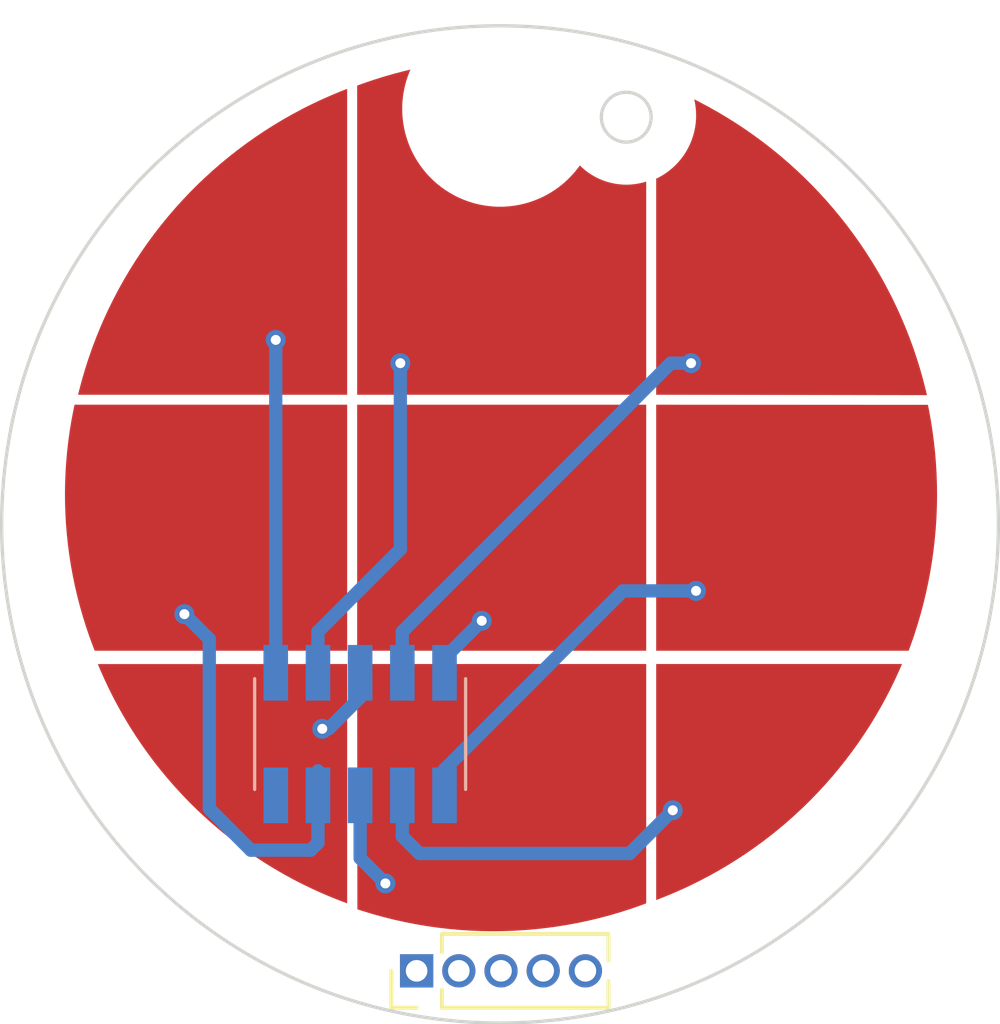
<source format=kicad_pcb>
(kicad_pcb (version 20240108) (generator "pcbnew") (generator_version "8.0")
  (layers (0 "F.Cu" signal) (31 "B.Cu" signal) (34 "B.Paste" user) (35 "F.Paste" user) (36 "B.SilkS" user "B.Silkscreen") (37 "F.SilkS" user "F.Silkscreen") (38 "B.Mask" user) (39 "F.Mask" user) (44 "Edge.Cuts" user))
  (net 0 "")
  (footprint "MountingHole:MountingHole_3mm" (layer "F.Cu") (at 38.470892 25.740028)
    (property "Reference" "REF**" (hide yes))
    (property "Value" "MountingHole_3mm")
    (pad "" np_thru_hole circle (at 0 0) (size 3 3) (drill 3) (layers "*.Cu" "*.Mask"))
  )
  (footprint "Connector_PinHeader_1.27mm:PinHeader_1x05_P1.27mm_Vertical" (layer "F.Cu") (at 35.960892 51.670028 90)
    (property "Reference" "J11" (hide yes))
    (property "Value" "Conn_01x05" (hide yes))
    (fp_line (start -1.11 -0.76) (end 0 -0.76) (stroke (width 0.12)) (layer "F.SilkS"))
    (fp_line (start -1.11 0) (end -1.11 -0.76) (stroke (width 0.12)) (layer "F.SilkS"))
    (fp_line (start 1.11 0.76) (end 1.11 5.775) (stroke (width 0.12)) (layer "F.SilkS"))
    (fp_line (start 0.563471 0.76) (end 1.11 0.76) (stroke (width 0.12)) (layer "F.SilkS"))
    (fp_line (start -1.11 0.76) (end -0.563471 0.76) (stroke (width 0.12)) (layer "F.SilkS"))
    (fp_line (start -1.11 0.76) (end -1.11 5.775) (stroke (width 0.12)) (layer "F.SilkS"))
    (fp_line (start 0.30753 5.775) (end 1.11 5.775) (stroke (width 0.12)) (layer "F.SilkS"))
    (fp_line (start -1.11 5.775) (end -0.30753 5.775) (stroke (width 0.12)) (layer "F.SilkS"))
    (pad "1" thru_hole rect (at 0 0 90) (size 1 1) (drill 0.65) (layers "*.Cu" "*.Mask"))
    (pad "2" thru_hole oval (at 0 1.27 90) (size 1 1) (drill 0.65) (layers "*.Cu" "*.Mask"))
    (pad "3" thru_hole oval (at 0 2.54 90) (size 1 1) (drill 0.65) (layers "*.Cu" "*.Mask"))
    (pad "4" thru_hole oval (at 0 3.81 90) (size 1 1) (drill 0.65) (layers "*.Cu" "*.Mask"))
    (pad "5" thru_hole oval (at 0 5.08 90) (size 1 1) (drill 0.65) (layers "*.Cu" "*.Mask"))
  )
  (footprint "FLE-105-01-G-DV-K-TR:FLE-105-01-X-DV-Y-TR" (layer "B.Cu") (at 34.260892 44.547528 180)
    (property "Reference" "J3" (hide yes))
    (property "Value" "Conn_01x10" (hide yes))
    (fp_line (start 3.175 -1.665) (end 3.175 1.665) (stroke (width 0.1)) (layer "B.SilkS"))
    (fp_line (start -3.175 1.665) (end -3.175 -1.665) (stroke (width 0.1)) (layer "B.SilkS"))
    (pad "1" smd rect (at -2.54 1.8425 180) (size 0.74 1.675) (layers "B.Cu" "B.Paste" "B.Mask"))
    (pad "2" smd rect (at -2.54 -1.8425 180) (size 0.74 1.675) (layers "B.Cu" "B.Paste" "B.Mask"))
    (pad "3" smd rect (at -1.27 1.8425 180) (size 0.74 1.675) (layers "B.Cu" "B.Paste" "B.Mask"))
    (pad "4" smd rect (at -1.27 -1.8425 180) (size 0.74 1.675) (layers "B.Cu" "B.Paste" "B.Mask"))
    (pad "5" smd rect (at 0 1.8425 180) (size 0.74 1.675) (layers "B.Cu" "B.Paste" "B.Mask"))
    (pad "6" smd rect (at 0 -1.8425 180) (size 0.74 1.675) (layers "B.Cu" "B.Paste" "B.Mask"))
    (pad "7" smd rect (at 1.27 1.8425 180) (size 0.74 1.675) (layers "B.Cu" "B.Paste" "B.Mask"))
    (pad "8" smd rect (at 1.27 -1.8425 180) (size 0.74 1.675) (layers "B.Cu" "B.Paste" "B.Mask"))
    (pad "9" smd rect (at 2.54 1.8425 180) (size 0.74 1.675) (layers "B.Cu" "B.Paste" "B.Mask"))
    (pad "10" smd rect (at 2.54 -1.8425 180) (size 0.74 1.675) (layers "B.Cu" "B.Paste" "B.Mask"))
  )
  (gr_poly (pts (arc (start 26.365505 42.442246) (mid 29.359191 46.832582) (end 33.870892 49.640027)) (xy 33.870892 42.440028)) (fill solid) (layer "F.Cu"))
  (gr_poly (pts (xy 43.170892 42.040028) (xy 43.170892 34.640028) (arc (start 51.350373 34.644257) (mid 51.584487 38.383188) (end 50.770892 42.040028))) (fill solid) (layer "F.Cu"))
  (gr_poly (pts (arc (start 50.570892 42.440028) (mid 47.598344 46.748275) (end 43.171027 49.540387)) (xy 43.170892 42.440028)) (fill solid) (layer "F.Cu"))
  (gr_poly (pts (arc (start 25.664779 34.638708) (mid 25.41905 38.384309) (end 26.270892 42.040028)) (xy 33.870892 42.040028) (xy 33.870892 34.640028)) (fill solid) (layer "F.Cu"))
  (gr_poly (pts (arc (start 34.177749 49.819291) (mid 38.539704 50.475661) (end 42.870892 49.640027)) (xy 42.870892 42.440028) (xy 34.170892 42.440028)) (fill solid) (layer "F.Cu"))
  (gr_poly (pts (arc (start 35.775083 24.55806) (mid 34.96535 24.773622) (end 34.170892 25.040028)) (xy 34.170892 34.340028) (xy 42.870892 34.340028) (arc (start 42.870892 27.927632) (mid 41.803833 27.964233) (end 40.872894 27.441445)) (arc (start 40.872894 27.441445) (mid 37.021734 28.302131) (end 35.775083 24.55806))) (fill solid) (layer "F.Cu"))
  (gr_poly (pts (arc (start 51.321323 34.351467) (mid 48.81391 29.118804) (end 44.316099 25.453074)) (arc (start 44.316099 25.453074) (mid 44.166399 26.84945) (end 43.170892 27.840027)) (xy 43.170892 34.340028)) (fill solid) (layer "F.Cu"))
  (gr_poly (pts (arc (start 33.869943 25.137546) (mid 28.684425 28.739007) (end 25.770892 34.340028)) (xy 33.870892 34.340028)) (fill solid) (layer "F.Cu"))
  (gr_poly (pts (xy 42.870892 42.040028) (xy 42.870892 34.640028) (xy 34.170892 34.640028) (xy 34.170892 42.040028)) (fill solid) (layer "F.Cu"))
  (gr_circle (center 42.270892 25.990028) (end 43.020892 25.990028) (stroke (width 0.1)) (fill none) (layer "Edge.Cuts"))
  (gr_circle (center 38.470892 38.240028) (end 53.470892 38.240028) (stroke (width 0.1)) (fill none) (layer "Edge.Cuts"))
  (via (at 37.920892 41.140028) (size 0.6) (drill 0.3) (layers "F.Cu" "B.Cu") (net 0))
  (via (at 44.370892 40.240028) (size 0.6) (drill 0.3) (layers "F.Cu" "B.Cu") (net 0))
  (via (at 43.670892 46.840028) (size 0.6) (drill 0.3) (layers "F.Cu" "B.Cu") (net 0))
  (via (at 33.120892 44.390028) (size 0.6) (drill 0.3) (layers "F.Cu" "B.Cu") (net 0))
  (via (at 35.470892 33.390028) (size 0.6) (drill 0.3) (layers "F.Cu" "B.Cu") (net 0))
  (via (at 28.970892 40.940028) (size 0.6) (drill 0.3) (layers "F.Cu" "B.Cu") (net 0))
  (via (at 35.020892 49.040028) (size 0.6) (drill 0.3) (layers "F.Cu" "B.Cu") (net 0))
  (via (at 31.720892 32.690028) (size 0.6) (drill 0.3) (layers "F.Cu" "B.Cu") (net 0))
  (via (at 44.220892 33.390028) (size 0.6) (drill 0.3) (layers "F.Cu" "B.Cu") (net 0))
  (segment (start 32.770892 48.040028) (end 30.970892 48.040028) (width 0.4) (layer "B.Cu") (net 0))
  (segment (start 33.313392 44.390028) (end 33.120892 44.390028) (width 0.4) (layer "B.Cu") (net 0))
  (segment (start 35.530892 41.467528) (end 43.608392 33.390028) (width 0.4) (layer "B.Cu") (net 0))
  (segment (start 35.470892 38.987528) (end 35.470892 33.390028) (width 0.4) (layer "B.Cu") (net 0))
  (segment (start 36.043392 48.140028) (end 37.670892 48.140028) (width 0.4) (layer "B.Cu") (net 0))
  (segment (start 34.260892 46.390028) (end 34.260892 48.280028) (width 0.4) (layer "B.Cu") (net 0))
  (segment (start 35.530892 46.390028) (end 35.530892 47.627528) (width 0.4) (layer "B.Cu") (net 0))
  (segment (start 34.260892 42.705028) (end 34.260892 43.442528) (width 0.4) (layer "B.Cu") (net 0))
  (segment (start 35.530892 47.627528) (end 36.043392 48.140028) (width 0.4) (layer "B.Cu") (net 0))
  (segment (start 32.990892 41.467528) (end 35.470892 38.987528) (width 0.4) (layer "B.Cu") (net 0))
  (segment (start 43.608392 33.390028) (end 44.220892 33.390028) (width 0.4) (layer "B.Cu") (net 0))
  (segment (start 37.670892 48.140028) (end 42.370892 48.140028) (width 0.4) (layer "B.Cu") (net 0))
  (segment (start 32.990892 46.390028) (end 32.990892 47.820028) (width 0.4) (layer "B.Cu") (net 0))
  (segment (start 36.800892 45.610028) (end 40.970892 41.440028) (width 0.4) (layer "B.Cu") (net 0))
  (segment (start 34.260892 48.280028) (end 35.020892 49.040028) (width 0.4) (layer "B.Cu") (net 0))
  (segment (start 31.720892 42.705028) (end 31.720892 32.690028) (width 0.4) (layer "B.Cu") (net 0))
  (segment (start 32.990892 46.390028) (end 32.990892 45.652528) (width 0.4) (layer "B.Cu") (net 0))
  (segment (start 29.720892 46.790028) (end 29.720892 41.690028) (width 0.4) (layer "B.Cu") (net 0))
  (segment (start 42.170892 40.240028) (end 44.370892 40.240028) (width 0.4) (layer "B.Cu") (net 0))
  (segment (start 32.990892 42.705028) (end 32.990892 41.467528) (width 0.4) (layer "B.Cu") (net 0))
  (segment (start 32.990892 47.820028) (end 32.770892 48.040028) (width 0.4) (layer "B.Cu") (net 0))
  (segment (start 30.970892 48.040028) (end 29.720892 46.790028) (width 0.4) (layer "B.Cu") (net 0))
  (segment (start 34.260892 43.442528) (end 33.313392 44.390028) (width 0.4) (layer "B.Cu") (net 0))
  (segment (start 40.970892 41.440028) (end 42.170892 40.240028) (width 0.4) (layer "B.Cu") (net 0))
  (segment (start 35.530892 42.705028) (end 35.530892 41.467528) (width 0.4) (layer "B.Cu") (net 0))
  (segment (start 42.370892 48.140028) (end 43.670892 46.840028) (width 0.4) (layer "B.Cu") (net 0))
  (segment (start 36.800892 42.260028) (end 37.920892 41.140028) (width 0.4) (layer "B.Cu") (net 0))
  (segment (start 36.800892 42.705028) (end 36.800892 42.260028) (width 0.4) (layer "B.Cu") (net 0))
  (segment (start 29.720892 41.690028) (end 28.970892 40.940028) (width 0.4) (layer "B.Cu") (net 0))
  (segment (start 36.800892 46.390028) (end 36.800892 45.610028) (width 0.4) (layer "B.Cu") (net 0))
)
</source>
